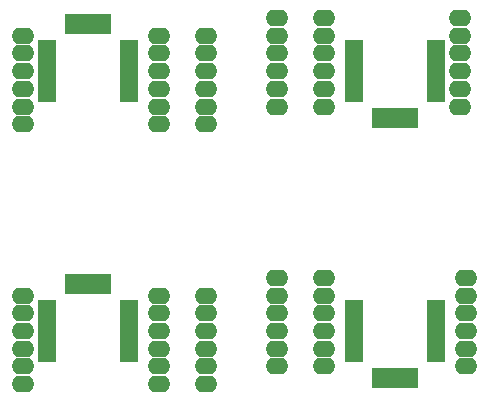
<source format=gbr>
G04 #@! TF.FileFunction,Soldermask,Bot*
%FSLAX46Y46*%
G04 Gerber Fmt 4.6, Leading zero omitted, Abs format (unit mm)*
G04 Created by KiCad (PCBNEW 4.0.7) date 09/30/17 11:32:34*
%MOMM*%
%LPD*%
G01*
G04 APERTURE LIST*
%ADD10C,0.100000*%
%ADD11R,1.365200X1.670000*%
%ADD12O,1.924000X1.400000*%
%ADD13R,1.600000X0.800000*%
G04 APERTURE END LIST*
D10*
D11*
X8730000Y-6000000D03*
X10000000Y-6000000D03*
X11270000Y-6000000D03*
D12*
X4500000Y-7000000D03*
X4500000Y-8500000D03*
X4500000Y-10000000D03*
X4500000Y-11500000D03*
X4500000Y-13000000D03*
X4500000Y-14500000D03*
X20000000Y-7000000D03*
X20000000Y-8500000D03*
X20000000Y-10000000D03*
X20000000Y-11500000D03*
X20000000Y-13000000D03*
X20000000Y-14500000D03*
X16000000Y-7000000D03*
X16000000Y-8500000D03*
X16000000Y-10000000D03*
X16000000Y-11500000D03*
X16000000Y-13000000D03*
X16000000Y-14500000D03*
D11*
X37270000Y-14000000D03*
X36000000Y-14000000D03*
X34730000Y-14000000D03*
D12*
X26000000Y-13000000D03*
X26000000Y-11500000D03*
X26000000Y-10000000D03*
X26000000Y-8500000D03*
X26000000Y-7000000D03*
X26000000Y-5500000D03*
X30000000Y-13000000D03*
X30000000Y-11500000D03*
X30000000Y-10000000D03*
X30000000Y-8500000D03*
X30000000Y-7000000D03*
X30000000Y-5500000D03*
X41500000Y-13000000D03*
X41500000Y-11500000D03*
X41500000Y-10000000D03*
X41500000Y-8500000D03*
X41500000Y-7000000D03*
X41500000Y-5500000D03*
D13*
X13450000Y-7725000D03*
X13450000Y-8375000D03*
X13450000Y-9025000D03*
X13450000Y-9675000D03*
X13450000Y-10325000D03*
X13450000Y-10975000D03*
X13450000Y-11625000D03*
X13450000Y-12275000D03*
X6550000Y-12275000D03*
X6550000Y-11625000D03*
X6550000Y-10975000D03*
X6550000Y-10325000D03*
X6550000Y-9675000D03*
X6550000Y-9025000D03*
X6550000Y-8375000D03*
X6550000Y-7725000D03*
X32550000Y-12275000D03*
X32550000Y-11625000D03*
X32550000Y-10975000D03*
X32550000Y-10325000D03*
X32550000Y-9675000D03*
X32550000Y-9025000D03*
X32550000Y-8375000D03*
X32550000Y-7725000D03*
X39450000Y-7725000D03*
X39450000Y-8375000D03*
X39450000Y-9025000D03*
X39450000Y-9675000D03*
X39450000Y-10325000D03*
X39450000Y-10975000D03*
X39450000Y-11625000D03*
X39450000Y-12275000D03*
D11*
X8730000Y-28000000D03*
X10000000Y-28000000D03*
X11270000Y-28000000D03*
X37270000Y-36000000D03*
X36000000Y-36000000D03*
X34730000Y-36000000D03*
D13*
X13450000Y-29725000D03*
X13450000Y-30375000D03*
X13450000Y-31025000D03*
X13450000Y-31675000D03*
X13450000Y-32325000D03*
X13450000Y-32975000D03*
X13450000Y-33625000D03*
X13450000Y-34275000D03*
X6550000Y-34275000D03*
X6550000Y-33625000D03*
X6550000Y-32975000D03*
X6550000Y-32325000D03*
X6550000Y-31675000D03*
X6550000Y-31025000D03*
X6550000Y-30375000D03*
X6550000Y-29725000D03*
X32550000Y-34275000D03*
X32550000Y-33625000D03*
X32550000Y-32975000D03*
X32550000Y-32325000D03*
X32550000Y-31675000D03*
X32550000Y-31025000D03*
X32550000Y-30375000D03*
X32550000Y-29725000D03*
X39450000Y-29725000D03*
X39450000Y-30375000D03*
X39450000Y-31025000D03*
X39450000Y-31675000D03*
X39450000Y-32325000D03*
X39450000Y-32975000D03*
X39450000Y-33625000D03*
X39450000Y-34275000D03*
D12*
X20000000Y-29000000D03*
X20000000Y-30500000D03*
X20000000Y-32000000D03*
X20000000Y-33500000D03*
X20000000Y-35000000D03*
X20000000Y-36500000D03*
X26000000Y-35000000D03*
X26000000Y-33500000D03*
X26000000Y-32000000D03*
X26000000Y-30500000D03*
X26000000Y-29000000D03*
X26000000Y-27500000D03*
X16000000Y-29000000D03*
X16000000Y-30500000D03*
X16000000Y-32000000D03*
X16000000Y-33500000D03*
X16000000Y-35000000D03*
X16000000Y-36500000D03*
X30000000Y-35000000D03*
X30000000Y-33500000D03*
X30000000Y-32000000D03*
X30000000Y-30500000D03*
X30000000Y-29000000D03*
X30000000Y-27500000D03*
X4500000Y-29000000D03*
X4500000Y-30500000D03*
X4500000Y-32000000D03*
X4500000Y-33500000D03*
X4500000Y-35000000D03*
X4500000Y-36500000D03*
X42000000Y-35000000D03*
X42000000Y-33500000D03*
X42000000Y-32000000D03*
X42000000Y-30500000D03*
X42000000Y-29000000D03*
X42000000Y-27500000D03*
M02*

</source>
